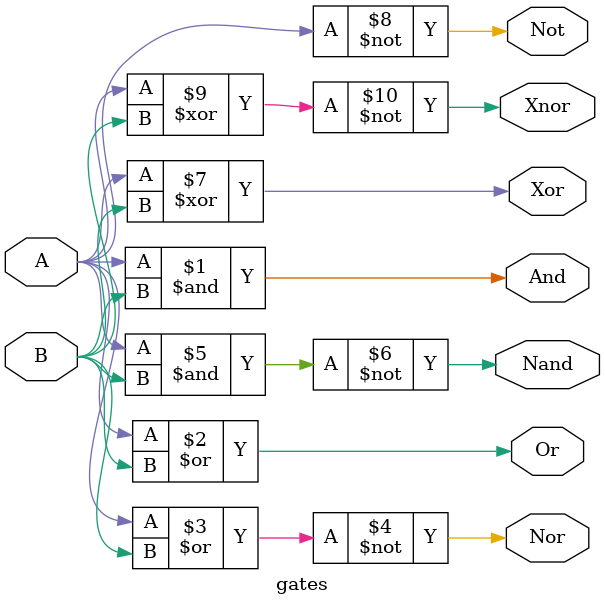
<source format=v>
`timescale 1ns/1ns

module gates(input A, input B, output And, output Or, output Nor, output Nand, output Xor, output Not, output Xnor);
    assign And = A & B;
    assign Or = A | B;
    assign Nor = ~(A | B);
    assign Nand = ~(A & B);
    assign Xor = A ^ B;
    assign Not = ~A;
    assign Xnor = ~(A ^ B);
endmodule


</source>
